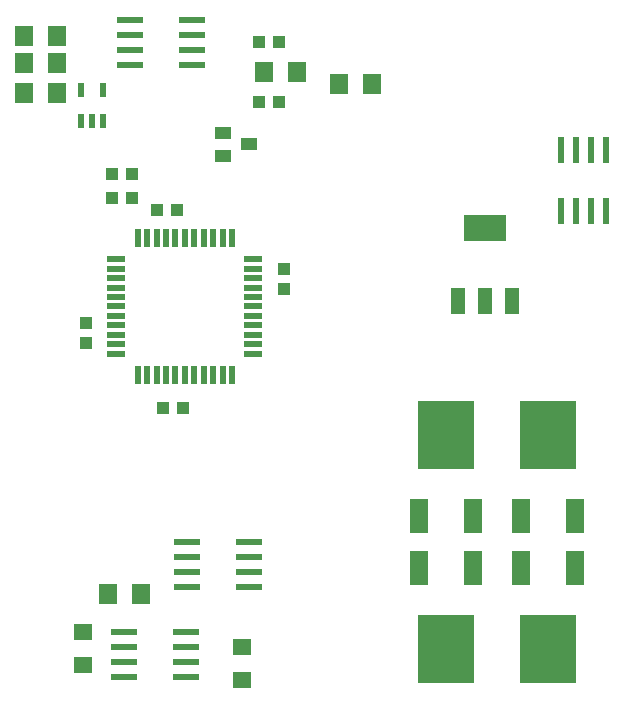
<source format=gtp>
G75*
%MOIN*%
%OFA0B0*%
%FSLAX24Y24*%
%IPPOS*%
%LPD*%
%AMOC8*
5,1,8,0,0,1.08239X$1,22.5*
%
%ADD10R,0.0630X0.1181*%
%ADD11R,0.1900X0.2250*%
%ADD12R,0.0866X0.0236*%
%ADD13R,0.0630X0.0551*%
%ADD14R,0.0551X0.0394*%
%ADD15R,0.0630X0.0709*%
%ADD16R,0.0236X0.0866*%
%ADD17R,0.0480X0.0880*%
%ADD18R,0.1417X0.0866*%
%ADD19R,0.0591X0.0197*%
%ADD20R,0.0197X0.0591*%
%ADD21R,0.0394X0.0433*%
%ADD22R,0.0433X0.0394*%
%ADD23R,0.0870X0.0240*%
%ADD24R,0.0217X0.0472*%
D10*
X014702Y005191D03*
X014702Y006909D03*
X016498Y006909D03*
X018102Y006909D03*
X018102Y005191D03*
X016498Y005191D03*
X019898Y005191D03*
X019898Y006909D03*
D11*
X019000Y009625D03*
X015600Y009625D03*
X015600Y002475D03*
X019000Y002475D03*
D12*
X009024Y004550D03*
X009024Y005050D03*
X009024Y005550D03*
X009024Y006050D03*
X006976Y006050D03*
X006976Y005550D03*
X006976Y005050D03*
X006976Y004550D03*
X006924Y003050D03*
X006924Y002550D03*
X006924Y002050D03*
X006924Y001550D03*
X004876Y001550D03*
X004876Y002050D03*
X004876Y002550D03*
X004876Y003050D03*
D13*
X003500Y001949D03*
X003500Y003051D03*
X008800Y002551D03*
X008800Y001449D03*
D14*
X008167Y018926D03*
X008167Y019674D03*
X009033Y019300D03*
D15*
X009549Y021700D03*
X010651Y021700D03*
X012049Y021300D03*
X013151Y021300D03*
X002651Y021000D03*
X002651Y022000D03*
X002651Y022900D03*
X001549Y022900D03*
X001549Y022000D03*
X001549Y021000D03*
X004349Y004300D03*
X005451Y004300D03*
D16*
X019450Y017076D03*
X019950Y017076D03*
X020450Y017076D03*
X020950Y017076D03*
X020950Y019124D03*
X020450Y019124D03*
X019950Y019124D03*
X019450Y019124D03*
D17*
X017810Y014080D03*
X016900Y014080D03*
X015990Y014080D03*
D18*
X016900Y016520D03*
D19*
X009183Y015475D03*
X009183Y015160D03*
X009183Y014845D03*
X009183Y014530D03*
X009183Y014215D03*
X009183Y013900D03*
X009183Y013585D03*
X009183Y013270D03*
X009183Y012955D03*
X009183Y012640D03*
X009183Y012325D03*
X004617Y012325D03*
X004617Y012640D03*
X004617Y012955D03*
X004617Y013270D03*
X004617Y013585D03*
X004617Y013900D03*
X004617Y014215D03*
X004617Y014530D03*
X004617Y014845D03*
X004617Y015160D03*
X004617Y015475D03*
D20*
X005325Y016183D03*
X005640Y016183D03*
X005955Y016183D03*
X006270Y016183D03*
X006585Y016183D03*
X006900Y016183D03*
X007215Y016183D03*
X007530Y016183D03*
X007845Y016183D03*
X008160Y016183D03*
X008475Y016183D03*
X008475Y011617D03*
X008160Y011617D03*
X007845Y011617D03*
X007530Y011617D03*
X007215Y011617D03*
X006900Y011617D03*
X006585Y011617D03*
X006270Y011617D03*
X005955Y011617D03*
X005640Y011617D03*
X005325Y011617D03*
D21*
X003600Y012665D03*
X003600Y013335D03*
X010200Y014465D03*
X010200Y015135D03*
D22*
X006635Y017100D03*
X005965Y017100D03*
X005135Y017500D03*
X004465Y017500D03*
X004465Y018300D03*
X005135Y018300D03*
X009365Y020700D03*
X010035Y020700D03*
X010035Y022700D03*
X009365Y022700D03*
X006835Y010500D03*
X006165Y010500D03*
D23*
X007130Y021950D03*
X007130Y022450D03*
X007130Y022950D03*
X007130Y023450D03*
X005070Y023450D03*
X005070Y022950D03*
X005070Y022450D03*
X005070Y021950D03*
D24*
X004174Y021112D03*
X003426Y021112D03*
X003426Y020088D03*
X003800Y020088D03*
X004174Y020088D03*
M02*

</source>
